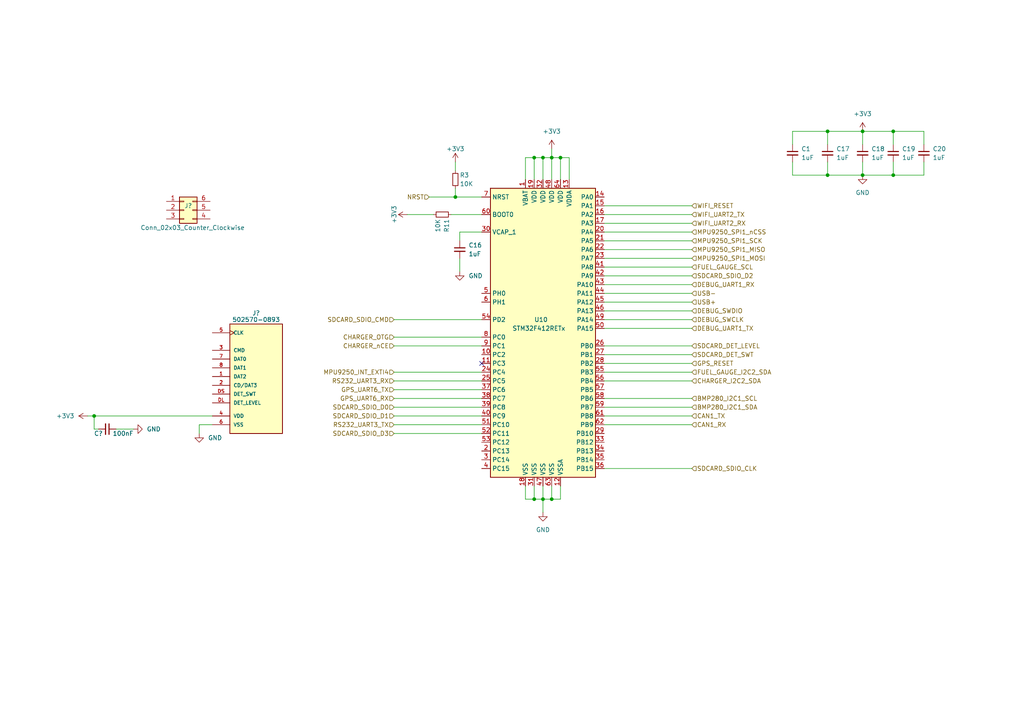
<source format=kicad_sch>
(kicad_sch (version 20211123) (generator eeschema)
  (paper "A4")
  (lib_symbols
    (symbol "502570-0893:502570-0893" (pin_names (offset 1.016))
      (property "Reference" "J?" (at 0 17.78 0))
      (property "Value" "502570-0893" (at 0 15.24 0))
      (symbol "502570-0893_0_0"
        (rectangle (start -12.7 12.7) (end 2.54 -19.05) (stroke (width 0.254)) (fill (type background)))
        (pin bidirectional line (at -17.78 -2.54 0) (length 5.08) (name "DAT2") (number "1"))
        (pin bidirectional line (at -17.78 -5.08 0) (length 5.08) (name "CD/DAT3") (number "2"))
        (pin bidirectional line (at -17.78 5.08 0) (length 5.08) (name "CMD") (number "3"))
        (pin power_in line (at -17.78 -13.97 0) (length 5.08) (name "VDD") (number "4"))
        (pin input clock (at -17.78 10.16 0) (length 5.08) (name "CLK") (number "5"))
        (pin power_in line (at -17.78 -16.51 0) (length 5.08) (name "VSS") (number "6"))
        (pin bidirectional line (at -17.78 2.54 0) (length 5.08) (name "DAT0") (number "7"))
        (pin bidirectional line (at -17.78 0 0) (length 5.08) (name "DAT1") (number "8"))
        (pin passive line (at -17.78 -10.16 0) (length 5.08) (name "DET_LEVEL") (number "DL"))
        (pin passive line (at -17.78 -7.62 0) (length 5.08) (name "DET_SWT") (number "DS"))
      )
    )
    (symbol "Connector_Generic:Conn_02x03_Counter_Clockwise" (pin_names (offset 1.016) hide)
      (property "Reference" "J" (at 1.27 5.08 0))
      (property "Value" "Conn_02x03_Counter_Clockwise" (at 1.27 -5.08 0))
      (symbol "Conn_02x03_Counter_Clockwise_1_1"
        (rectangle (start -1.27 -2.413) (end 0 -2.667) (stroke (width 0.1524)))
        (rectangle (start -1.27 0.127) (end 0 -0.127) (stroke (width 0.1524)))
        (rectangle (start -1.27 2.667) (end 0 2.413) (stroke (width 0.1524)))
        (rectangle (start -1.27 3.81) (end 3.81 -3.81) (stroke (width 0.254)) (fill (type background)))
        (rectangle (start 3.81 -2.413) (end 2.54 -2.667) (stroke (width 0.1524)))
        (rectangle (start 3.81 0.127) (end 2.54 -0.127) (stroke (width 0.1524)))
        (rectangle (start 3.81 2.667) (end 2.54 2.413) (stroke (width 0.1524)))
        (pin passive line (at -5.08 2.54 0) (length 3.81) (name "Pin_1") (number "1"))
        (pin passive line (at -5.08 0 0) (length 3.81) (name "Pin_2") (number "2"))
        (pin passive line (at -5.08 -2.54 0) (length 3.81) (name "Pin_3") (number "3"))
        (pin passive line (at 7.62 -2.54 180) (length 3.81) (name "Pin_4") (number "4"))
        (pin passive line (at 7.62 0 180) (length 3.81) (name "Pin_5") (number "5"))
        (pin passive line (at 7.62 2.54 180) (length 3.81) (name "Pin_6") (number "6"))
      )
    )
    (symbol "Device:C_Small" (pin_numbers hide) (pin_names (offset 0.254) hide)
      (property "Reference" "C" (at 0.254 1.778 0))
      (property "Value" "C_Small" (at 0.254 -2.032 0))
      (symbol "C_Small_0_1"
        (polyline (pts (xy -1.524 -0.508) (xy 1.524 -0.508)) (stroke (width 0.3302)))
        (polyline (pts (xy -1.524 0.508) (xy 1.524 0.508)) (stroke (width 0.3048)))
      )
      (symbol "C_Small_1_1"
        (pin passive line (at 0 2.54 270) (length 2.032) (name "~") (number "1"))
        (pin passive line (at 0 -2.54 90) (length 2.032) (name "~") (number "2"))
      )
    )
    (symbol "Device:R_Small" (pin_numbers hide) (pin_names (offset 0.254) hide)
      (property "Reference" "R" (at 0.762 0.508 0))
      (property "Value" "R_Small" (at 0.762 -1.016 0))
      (symbol "R_Small_0_1"
        (rectangle (start -0.762 1.778) (end 0.762 -1.778) (stroke (width 0.2032)))
      )
      (symbol "R_Small_1_1"
        (pin passive line (at 0 2.54 270) (length 0.762) (name "~") (number "1"))
        (pin passive line (at 0 -2.54 90) (length 0.762) (name "~") (number "2"))
      )
    )
    (symbol "MCU_ST_STM32F4:STM32F412RETx"
      (property "Reference" "U" (at -15.24 41.91 0))
      (property "Value" "STM32F412RETx" (at 10.16 41.91 0))
      (symbol "STM32F412RETx_0_1"
        (rectangle (start -15.24 -43.18) (end 15.24 40.64) (stroke (width 0.254)) (fill (type background)))
      )
      (symbol "STM32F412RETx_1_1"
        (pin power_in line (at -5.08 43.18 270) (length 2.54) (name "VBAT") (number "1"))
        (pin bidirectional line (at -17.78 -7.62 0) (length 2.54) (name "PC2") (number "10"))
        (pin bidirectional line (at -17.78 -10.16 0) (length 2.54) (name "PC3") (number "11"))
        (pin power_in line (at 5.08 -45.72 90) (length 2.54) (name "VSSA") (number "12"))
        (pin power_in line (at 7.62 43.18 270) (length 2.54) (name "VDDA") (number "13"))
        (pin bidirectional line (at 17.78 38.1 180) (length 2.54) (name "PA0") (number "14"))
        (pin bidirectional line (at 17.78 35.56 180) (length 2.54) (name "PA1") (number "15"))
        (pin bidirectional line (at 17.78 33.02 180) (length 2.54) (name "PA2") (number "16"))
        (pin bidirectional line (at 17.78 30.48 180) (length 2.54) (name "PA3") (number "17"))
        (pin power_in line (at -5.08 -45.72 90) (length 2.54) (name "VSS") (number "18"))
        (pin power_in line (at -2.54 43.18 270) (length 2.54) (name "VDD") (number "19"))
        (pin bidirectional line (at -17.78 -35.56 0) (length 2.54) (name "PC13") (number "2"))
        (pin bidirectional line (at 17.78 27.94 180) (length 2.54) (name "PA4") (number "20"))
        (pin bidirectional line (at 17.78 25.4 180) (length 2.54) (name "PA5") (number "21"))
        (pin bidirectional line (at 17.78 22.86 180) (length 2.54) (name "PA6") (number "22"))
        (pin bidirectional line (at 17.78 20.32 180) (length 2.54) (name "PA7") (number "23"))
        (pin bidirectional line (at -17.78 -12.7 0) (length 2.54) (name "PC4") (number "24"))
        (pin bidirectional line (at -17.78 -15.24 0) (length 2.54) (name "PC5") (number "25"))
        (pin bidirectional line (at 17.78 -5.08 180) (length 2.54) (name "PB0") (number "26"))
        (pin bidirectional line (at 17.78 -7.62 180) (length 2.54) (name "PB1") (number "27"))
        (pin bidirectional line (at 17.78 -10.16 180) (length 2.54) (name "PB2") (number "28"))
        (pin bidirectional line (at 17.78 -30.48 180) (length 2.54) (name "PB10") (number "29"))
        (pin bidirectional line (at -17.78 -38.1 0) (length 2.54) (name "PC14") (number "3"))
        (pin power_in line (at -17.78 27.94 0) (length 2.54) (name "VCAP_1") (number "30"))
        (pin power_in line (at -2.54 -45.72 90) (length 2.54) (name "VSS") (number "31"))
        (pin power_in line (at 0 43.18 270) (length 2.54) (name "VDD") (number "32"))
        (pin bidirectional line (at 17.78 -33.02 180) (length 2.54) (name "PB12") (number "33"))
        (pin bidirectional line (at 17.78 -35.56 180) (length 2.54) (name "PB13") (number "34"))
        (pin bidirectional line (at 17.78 -38.1 180) (length 2.54) (name "PB14") (number "35"))
        (pin bidirectional line (at 17.78 -40.64 180) (length 2.54) (name "PB15") (number "36"))
        (pin bidirectional line (at -17.78 -17.78 0) (length 2.54) (name "PC6") (number "37"))
        (pin bidirectional line (at -17.78 -20.32 0) (length 2.54) (name "PC7") (number "38"))
        (pin bidirectional line (at -17.78 -22.86 0) (length 2.54) (name "PC8") (number "39"))
        (pin bidirectional line (at -17.78 -40.64 0) (length 2.54) (name "PC15") (number "4"))
        (pin bidirectional line (at -17.78 -25.4 0) (length 2.54) (name "PC9") (number "40"))
        (pin bidirectional line (at 17.78 17.78 180) (length 2.54) (name "PA8") (number "41"))
        (pin bidirectional line (at 17.78 15.24 180) (length 2.54) (name "PA9") (number "42"))
        (pin bidirectional line (at 17.78 12.7 180) (length 2.54) (name "PA10") (number "43"))
        (pin bidirectional line (at 17.78 10.16 180) (length 2.54) (name "PA11") (number "44"))
        (pin bidirectional line (at 17.78 7.62 180) (length 2.54) (name "PA12") (number "45"))
        (pin bidirectional line (at 17.78 5.08 180) (length 2.54) (name "PA13") (number "46"))
        (pin power_in line (at 0 -45.72 90) (length 2.54) (name "VSS") (number "47"))
        (pin power_in line (at 2.54 43.18 270) (length 2.54) (name "VDD") (number "48"))
        (pin bidirectional line (at 17.78 2.54 180) (length 2.54) (name "PA14") (number "49"))
        (pin input line (at -17.78 10.16 0) (length 2.54) (name "PH0") (number "5"))
        (pin bidirectional line (at 17.78 0 180) (length 2.54) (name "PA15") (number "50"))
        (pin bidirectional line (at -17.78 -27.94 0) (length 2.54) (name "PC10") (number "51"))
        (pin bidirectional line (at -17.78 -30.48 0) (length 2.54) (name "PC11") (number "52"))
        (pin bidirectional line (at -17.78 -33.02 0) (length 2.54) (name "PC12") (number "53"))
        (pin bidirectional line (at -17.78 2.54 0) (length 2.54) (name "PD2") (number "54"))
        (pin bidirectional line (at 17.78 -12.7 180) (length 2.54) (name "PB3") (number "55"))
        (pin bidirectional line (at 17.78 -15.24 180) (length 2.54) (name "PB4") (number "56"))
        (pin bidirectional line (at 17.78 -17.78 180) (length 2.54) (name "PB5") (number "57"))
        (pin bidirectional line (at 17.78 -20.32 180) (length 2.54) (name "PB6") (number "58"))
        (pin bidirectional line (at 17.78 -22.86 180) (length 2.54) (name "PB7") (number "59"))
        (pin input line (at -17.78 7.62 0) (length 2.54) (name "PH1") (number "6"))
        (pin input line (at -17.78 33.02 0) (length 2.54) (name "BOOT0") (number "60"))
        (pin bidirectional line (at 17.78 -25.4 180) (length 2.54) (name "PB8") (number "61"))
        (pin bidirectional line (at 17.78 -27.94 180) (length 2.54) (name "PB9") (number "62"))
        (pin power_in line (at 2.54 -45.72 90) (length 2.54) (name "VSS") (number "63"))
        (pin power_in line (at 5.08 43.18 270) (length 2.54) (name "VDD") (number "64"))
        (pin input line (at -17.78 38.1 0) (length 2.54) (name "NRST") (number "7"))
        (pin bidirectional line (at -17.78 -2.54 0) (length 2.54) (name "PC0") (number "8"))
        (pin bidirectional line (at -17.78 -5.08 0) (length 2.54) (name "PC1") (number "9"))
      )
    )
    (symbol "power:+3V3" (power) (pin_names (offset 0))
      (property "Value" "+3V3" (at 0 3.556 0))
      (symbol "+3V3_0_1"
        (polyline (pts (xy -0.762 1.27) (xy 0 2.54)))
        (polyline (pts (xy 0 0) (xy 0 2.54)))
        (polyline (pts (xy 0 2.54) (xy 0.762 1.27)))
      )
      (symbol "+3V3_1_1"
        (pin power_in line (at 0 0 90) (length 0) hide (name "+3V3") (number "1"))
      )
    )
    (symbol "power:GND" (power) (pin_names (offset 0))
      (property "Value" "GND" (at 0 -3.81 0))
      (symbol "GND_0_1"
        (polyline (pts (xy 0 0) (xy 0 -1.27) (xy 1.27 -1.27) (xy 0 -2.54) (xy -1.27 -1.27) (xy 0 -1.27)))
      )
      (symbol "GND_1_1"
        (pin power_in line (at 0 0 270) (length 0) hide (name "GND") (number "1"))
      )
    )
  )
  (junction (at 162.56 45.72))
  (junction (at 157.48 45.72))
  (junction (at 250.19 38.1))
  (junction (at 240.03 50.8))
  (junction (at 27.305 120.65))
  (junction (at 132.08 57.15))
  (junction (at 259.08 38.1))
  (junction (at 154.94 45.72))
  (junction (at 259.08 50.8))
  (junction (at 250.19 50.8))
  (junction (at 154.94 144.78))
  (junction (at 160.02 45.72))
  (junction (at 160.02 144.78))
  (junction (at 157.48 144.78))
  (junction (at 240.03 38.1))
  (no_connect (at 139.7 105.41))
  (wire (pts (xy 57.785 123.19) (xy 57.785 125.73)))
  (wire (pts (xy 229.87 38.1) (xy 240.03 38.1)))
  (wire (pts (xy 267.97 50.8) (xy 259.08 50.8)))
  (wire (pts (xy 267.97 38.1) (xy 267.97 41.91)))
  (wire (pts (xy 132.08 54.61) (xy 132.08 57.15)))
  (wire (pts (xy 114.3 100.33) (xy 139.7 100.33)))
  (wire (pts (xy 114.3 107.95) (xy 139.7 107.95)))
  (wire (pts (xy 240.03 46.99) (xy 240.03 50.8)))
  (wire (pts (xy 175.26 87.63) (xy 200.66 87.63)))
  (wire (pts (xy 25.4 120.65) (xy 27.305 120.65)))
  (wire (pts (xy 160.02 43.18) (xy 160.02 45.72)))
  (wire (pts (xy 175.26 80.01) (xy 200.66 80.01)))
  (wire (pts (xy 175.26 105.41) (xy 200.66 105.41)))
  (wire (pts (xy 162.56 144.78) (xy 162.56 140.97)))
  (wire (pts (xy 175.26 92.71) (xy 200.66 92.71)))
  (wire (pts (xy 175.26 118.11) (xy 200.66 118.11)))
  (wire (pts (xy 154.94 140.97) (xy 154.94 144.78)))
  (wire (pts (xy 175.26 90.17) (xy 200.66 90.17)))
  (wire (pts (xy 133.35 74.93) (xy 133.35 78.74)))
  (wire (pts (xy 154.94 45.72) (xy 157.48 45.72)))
  (wire (pts (xy 175.26 72.39) (xy 200.66 72.39)))
  (wire (pts (xy 27.305 120.65) (xy 61.595 120.65)))
  (wire (pts (xy 28.575 124.46) (xy 27.305 124.46)))
  (wire (pts (xy 139.7 113.03) (xy 114.3 113.03)))
  (wire (pts (xy 240.03 41.91) (xy 240.03 38.1)))
  (wire (pts (xy 175.26 115.57) (xy 200.66 115.57)))
  (wire (pts (xy 152.4 140.97) (xy 152.4 144.78)))
  (wire (pts (xy 157.48 144.78) (xy 157.48 148.59)))
  (wire (pts (xy 114.3 125.73) (xy 139.7 125.73)))
  (wire (pts (xy 162.56 45.72) (xy 160.02 45.72)))
  (wire (pts (xy 267.97 46.99) (xy 267.97 50.8)))
  (wire (pts (xy 152.4 52.07) (xy 152.4 45.72)))
  (wire (pts (xy 114.3 115.57) (xy 139.7 115.57)))
  (wire (pts (xy 152.4 144.78) (xy 154.94 144.78)))
  (wire (pts (xy 175.26 82.55) (xy 200.66 82.55)))
  (wire (pts (xy 175.26 62.23) (xy 200.66 62.23)))
  (wire (pts (xy 259.08 50.8) (xy 250.19 50.8)))
  (wire (pts (xy 175.26 123.19) (xy 200.66 123.19)))
  (wire (pts (xy 175.26 100.33) (xy 200.66 100.33)))
  (wire (pts (xy 175.26 95.25) (xy 200.66 95.25)))
  (wire (pts (xy 240.03 50.8) (xy 250.19 50.8)))
  (wire (pts (xy 157.48 52.07) (xy 157.48 45.72)))
  (wire (pts (xy 175.26 74.93) (xy 200.66 74.93)))
  (wire (pts (xy 157.48 140.97) (xy 157.48 144.78)))
  (wire (pts (xy 229.87 46.99) (xy 229.87 50.8)))
  (wire (pts (xy 61.595 123.19) (xy 57.785 123.19)))
  (wire (pts (xy 165.1 52.07) (xy 165.1 45.72)))
  (wire (pts (xy 114.3 110.49) (xy 139.7 110.49)))
  (wire (pts (xy 160.02 45.72) (xy 160.02 52.07)))
  (wire (pts (xy 160.02 140.97) (xy 160.02 144.78)))
  (wire (pts (xy 162.56 45.72) (xy 162.56 52.07)))
  (wire (pts (xy 175.26 77.47) (xy 200.66 77.47)))
  (wire (pts (xy 133.35 69.85) (xy 133.35 67.31)))
  (wire (pts (xy 175.26 110.49) (xy 200.66 110.49)))
  (wire (pts (xy 250.19 38.1) (xy 259.08 38.1)))
  (wire (pts (xy 160.02 144.78) (xy 162.56 144.78)))
  (wire (pts (xy 114.3 123.19) (xy 139.7 123.19)))
  (wire (pts (xy 27.305 120.65) (xy 27.305 124.46)))
  (wire (pts (xy 175.26 135.89) (xy 200.66 135.89)))
  (wire (pts (xy 259.08 38.1) (xy 259.08 41.91)))
  (wire (pts (xy 33.655 124.46) (xy 38.735 124.46)))
  (wire (pts (xy 229.87 50.8) (xy 240.03 50.8)))
  (wire (pts (xy 175.26 59.69) (xy 200.66 59.69)))
  (wire (pts (xy 114.3 118.11) (xy 139.7 118.11)))
  (wire (pts (xy 165.1 45.72) (xy 162.56 45.72)))
  (wire (pts (xy 175.26 85.09) (xy 200.66 85.09)))
  (wire (pts (xy 175.26 107.95) (xy 200.66 107.95)))
  (wire (pts (xy 114.3 120.65) (xy 139.7 120.65)))
  (wire (pts (xy 175.26 67.31) (xy 200.66 67.31)))
  (wire (pts (xy 175.26 64.77) (xy 200.66 64.77)))
  (wire (pts (xy 175.26 69.85) (xy 200.66 69.85)))
  (wire (pts (xy 133.35 67.31) (xy 139.7 67.31)))
  (wire (pts (xy 154.94 52.07) (xy 154.94 45.72)))
  (wire (pts (xy 259.08 46.99) (xy 259.08 50.8)))
  (wire (pts (xy 250.19 38.1) (xy 250.19 41.91)))
  (wire (pts (xy 175.26 102.87) (xy 200.66 102.87)))
  (wire (pts (xy 240.03 38.1) (xy 250.19 38.1)))
  (wire (pts (xy 124.46 57.15) (xy 132.08 57.15)))
  (wire (pts (xy 229.87 41.91) (xy 229.87 38.1)))
  (wire (pts (xy 125.73 62.23) (xy 118.11 62.23)))
  (wire (pts (xy 250.19 46.99) (xy 250.19 50.8)))
  (wire (pts (xy 154.94 144.78) (xy 157.48 144.78)))
  (wire (pts (xy 175.26 120.65) (xy 200.66 120.65)))
  (wire (pts (xy 259.08 38.1) (xy 267.97 38.1)))
  (wire (pts (xy 157.48 144.78) (xy 160.02 144.78)))
  (wire (pts (xy 132.08 46.99) (xy 132.08 49.53)))
  (wire (pts (xy 114.3 97.79) (xy 139.7 97.79)))
  (wire (pts (xy 114.3 92.71) (xy 139.7 92.71)))
  (wire (pts (xy 152.4 45.72) (xy 154.94 45.72)))
  (wire (pts (xy 157.48 45.72) (xy 160.02 45.72)))
  (wire (pts (xy 132.08 57.15) (xy 139.7 57.15)))
  (wire (pts (xy 130.81 62.23) (xy 139.7 62.23)))
  (hierarchical_label "GPS_UART6_TX" (shape input) (at 114.3 113.03 180))
  (hierarchical_label "FUEL_GAUGE_SCL" (shape input) (at 200.66 77.47 0))
  (hierarchical_label "SDCARD_SDIO_CLK" (shape input) (at 200.66 135.89 0))
  (hierarchical_label "DEBUG_SWDIO" (shape input) (at 200.66 90.17 0))
  (hierarchical_label "CHARGER_I2C2_SDA" (shape input) (at 200.66 110.49 0))
  (hierarchical_label "MPU9250_SPI1_SCK" (shape input) (at 200.66 69.85 0))
  (hierarchical_label "SDCARD_SDIO_D1" (shape input) (at 114.3 120.65 180))
  (hierarchical_label "BMP280_I2C1_SCL" (shape input) (at 200.66 115.57 0))
  (hierarchical_label "CAN1_TX" (shape input) (at 200.66 120.65 0))
  (hierarchical_label "FUEL_GAUGE_I2C2_SDA" (shape input) (at 200.66 107.95 0))
  (hierarchical_label "USB+" (shape input) (at 200.66 87.63 0))
  (hierarchical_label "SDCARD_SDIO_D2" (shape input) (at 200.66 80.01 0))
  (hierarchical_label "GPS_RESET" (shape input) (at 200.66 105.41 0))
  (hierarchical_label "MPU9250_SPI1_MOSI" (shape input) (at 200.66 74.93 0))
  (hierarchical_label "SDCARD_SDIO_D3" (shape input) (at 114.3 125.73 180))
  (hierarchical_label "MPU9250_SPI1_nCSS" (shape input) (at 200.66 67.31 0))
  (hierarchical_label "MPU9250_SPI1_MISO" (shape input) (at 200.66 72.39 0))
  (hierarchical_label "GPS_UART6_RX" (shape input) (at 114.3 115.57 180))
  (hierarchical_label "WIFI_UART2_TX" (shape input) (at 200.66 62.23 0))
  (hierarchical_label "DEBUG_UART1_RX" (shape input) (at 200.66 82.55 0))
  (hierarchical_label "SDCARD_SDIO_D0" (shape input) (at 114.3 118.11 180))
  (hierarchical_label "WIFI_UART2_RX" (shape input) (at 200.66 64.77 0))
  (hierarchical_label "USB-" (shape input) (at 200.66 85.09 0))
  (hierarchical_label "CHARGER_nCE" (shape input) (at 114.3 100.33 180))
  (hierarchical_label "NRST" (shape input) (at 124.46 57.15 180))
  (hierarchical_label "RS232_UART3_TX" (shape input) (at 114.3 123.19 180))
  (hierarchical_label "SDCARD_DET_LEVEL" (shape input) (at 200.66 100.33 0))
  (hierarchical_label "DEBUG_SWCLK" (shape input) (at 200.66 92.71 0))
  (hierarchical_label "MPU9250_INT_EXTI4" (shape input) (at 114.3 107.95 180))
  (hierarchical_label "RS232_UART3_RX" (shape input) (at 114.3 110.49 180))
  (hierarchical_label "SDCARD_DET_SWT" (shape input) (at 200.66 102.87 0))
  (hierarchical_label "WIFI_RESET" (shape input) (at 200.66 59.69 0))
  (hierarchical_label "BMP280_I2C1_SDA" (shape input) (at 200.66 118.11 0))
  (hierarchical_label "CHARGER_OTG" (shape input) (at 114.3 97.79 180))
  (hierarchical_label "CAN1_RX" (shape input) (at 200.66 123.19 0))
  (hierarchical_label "DEBUG_UART1_TX" (shape input) (at 200.66 95.25 0))
  (hierarchical_label "SDCARD_SDIO_CMD" (shape input) (at 114.3 92.71 180))
  (symbol (lib_id "power:GND") (at 38.735 124.46 90) (unit 1)
    (property "Reference" "#PWR?" (effects hide))
    (property "Value" "GND" (at 42.545 124.4599 90) (effects (justify right)))
  )
  (symbol (lib_id "power:+3V3") (at 118.11 62.23 90) (mirror x) (unit 1)
    (property "Reference" "#PWR061" (effects hide))
    (property "Value" "+3V3" (at 114.3 62.23 0))
  )
  (symbol (lib_id "power:GND") (at 157.48 148.59 0) (unit 1)
    (property "Reference" "#PWR06" (effects hide))
    (property "Value" "GND" (at 157.48 153.67 0))
  )
  (symbol (lib_id "MCU_ST_STM32F4:STM32F412RETx") (at 157.48 95.25 0) (unit 1)
    (property "Reference" "U10" (at 154.94 92.71 0) (effects (justify left)))
    (property "Value" "STM32F412RETx" (at 148.59 95.25 0) (effects (justify left)))
    (property "Footprint" "Package_QFP:LQFP-64_10x10mm_P0.5mm" (effects hide))
    (property "Datasheet" "http://www.st.com/st-web-ui/static/active/en/resource/technical/document/datasheet/DM00213872.pdf" (effects hide))
  )
  (symbol (lib_id "Device:C_Small") (at 31.115 124.46 270) (mirror x) (unit 1)
    (property "Reference" "C?" (at 29.845 125.73 90) (effects (justify right)))
    (property "Value" "100nF" (at 38.735 125.73 90) (effects (justify right)))
    (property "Footprint" "Capacitor_SMD:C_0402_1005Metric_Pad0.74x0.62mm_HandSolder" (effects hide))
  )
  (symbol (lib_id "power:+3V3") (at 132.08 46.99 0) (mirror y) (unit 1)
    (property "Reference" "#PWR08" (effects hide))
    (property "Value" "+3V3" (at 132.08 43.18 0))
  )
  (symbol (lib_id "Device:C_Small") (at 267.97 44.45 0) (unit 1)
    (property "Reference" "C20" (at 270.51 43.1862 0) (effects (justify left)))
    (property "Value" "1uF" (at 270.51 45.7262 0) (effects (justify left)))
    (property "Footprint" "Capacitor_SMD:C_0402_1005Metric_Pad0.74x0.62mm_HandSolder" (effects hide))
  )
  (symbol (lib_id "power:+3V3") (at 250.19 38.1 0) (unit 1)
    (property "Reference" "#PWR058" (effects hide))
    (property "Value" "+3V3" (at 250.19 33.02 0))
  )
  (symbol (lib_id "power:GND") (at 250.19 50.8 0) (unit 1)
    (property "Reference" "#PWR059" (effects hide))
    (property "Value" "GND" (at 250.19 55.88 0))
  )
  (symbol (lib_id "power:+3V3") (at 160.02 43.18 0) (unit 1)
    (property "Reference" "#PWR063" (effects hide))
    (property "Value" "+3V3" (at 160.02 38.1 0))
  )
  (symbol (lib_id "Device:R_Small") (at 128.27 62.23 90) (unit 1)
    (property "Reference" "R11" (at 129.54 63.5 0) (effects (justify right)))
    (property "Value" "10K" (at 127 63.5 0) (effects (justify right)))
    (property "Footprint" "Resistor_SMD:R_0402_1005Metric_Pad0.72x0.64mm_HandSolder" (effects hide))
  )
  (symbol (lib_id "Device:R_Small") (at 132.08 52.07 180) (unit 1)
    (property "Reference" "R3" (at 133.35 50.8 0) (effects (justify right)))
    (property "Value" "10K" (at 133.35 53.34 0) (effects (justify right)))
    (property "Footprint" "Resistor_SMD:R_0402_1005Metric_Pad0.72x0.64mm_HandSolder" (effects hide))
  )
  (symbol (lib_id "power:GND") (at 133.35 78.74 0) (unit 1)
    (property "Reference" "#PWR060" (effects hide))
    (property "Value" "GND" (at 135.89 80.0099 0) (effects (justify left)))
  )
  (symbol (lib_id "Device:C_Small") (at 133.35 72.39 0) (unit 1)
    (property "Reference" "C16" (at 135.89 71.1262 0) (effects (justify left)))
    (property "Value" "1uF" (at 135.89 73.6662 0) (effects (justify left)))
    (property "Footprint" "Capacitor_SMD:C_0402_1005Metric_Pad0.74x0.62mm_HandSolder" (effects hide))
  )
  (symbol (lib_id "Device:C_Small") (at 229.87 44.45 0) (unit 1)
    (property "Reference" "C1" (at 232.41 43.1862 0) (effects (justify left)))
    (property "Value" "1uF" (at 232.41 45.7262 0) (effects (justify left)))
    (property "Footprint" "Capacitor_SMD:C_0402_1005Metric_Pad0.74x0.62mm_HandSolder" (effects hide))
  )
  (symbol (lib_id "Device:C_Small") (at 259.08 44.45 0) (unit 1)
    (property "Reference" "C19" (at 261.62 43.1862 0) (effects (justify left)))
    (property "Value" "1uF" (at 261.62 45.7262 0) (effects (justify left)))
    (property "Footprint" "Capacitor_SMD:C_0402_1005Metric_Pad0.74x0.62mm_HandSolder" (effects hide))
  )
  (symbol (lib_id "Device:C_Small") (at 250.19 44.45 0) (unit 1)
    (property "Reference" "C18" (at 252.73 43.1862 0) (effects (justify left)))
    (property "Value" "1uF" (at 252.73 45.7262 0) (effects (justify left)))
    (property "Footprint" "Capacitor_SMD:C_0402_1005Metric_Pad0.74x0.62mm_HandSolder" (effects hide))
  )
  (symbol (lib_id "power:GND") (at 57.785 125.73 0) (unit 1)
    (property "Reference" "#PWR?" (effects hide))
    (property "Value" "GND" (at 60.325 126.9999 0) (effects (justify left)))
  )
  (symbol (lib_id "power:+3V3") (at 25.4 120.65 90) (unit 1)
    (property "Reference" "#PWR?" (effects hide))
    (property "Value" "+3V3" (at 21.59 120.6499 90) (effects (justify left)))
  )
  (symbol (lib_id "Device:C_Small") (at 240.03 44.45 0) (unit 1)
    (property "Reference" "C17" (at 242.57 43.1862 0) (effects (justify left)))
    (property "Value" "1uF" (at 242.57 45.7262 0) (effects (justify left)))
    (property "Footprint" "Capacitor_SMD:C_0402_1005Metric_Pad0.74x0.62mm_HandSolder" (effects hide))
  )
  (symbol (lib_id "502570-0893:502570-0893") (at 79.375 106.68 0) (unit 1)
    (property "Reference" "J?" (at 74.295 90.805 0))
    (property "Value" "502570-0893" (at 74.295 92.71 0))
    (property "Footprint" "footprints:MOLEX_502570-0893" (effects hide))
  )
  (symbol (lib_id "Connector_Generic:Conn_02x03_Counter_Clockwise") (at 53.34 60.96 0) (unit 1)
    (property "Reference" "J?" (at 54.61 59.69 0))
    (property "Value" "Conn_02x03_Counter_Clockwise" (at 55.88 66.04 0))
    (property "Footprint" "Connector_PinHeader_2.54mm:PinHeader_2x03_P2.54mm_Vertical_SMD" (effects hide))
  )
)
</source>
